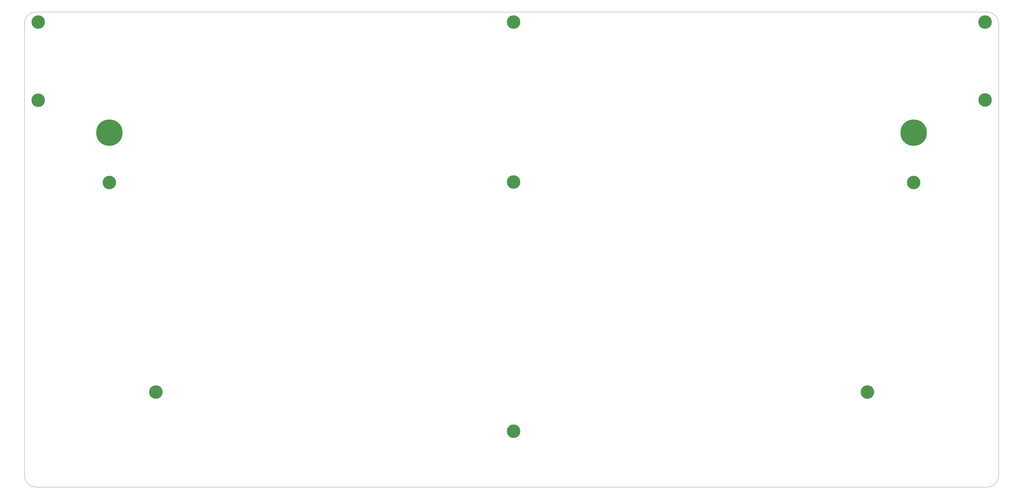
<source format=gbr>
%TF.GenerationSoftware,KiCad,Pcbnew,(5.1.10)-1*%
%TF.CreationDate,2021-06-02T05:43:55-04:00*%
%TF.ProjectId,pi75-plate-back,70693735-2d70-46c6-9174-652d6261636b,rev?*%
%TF.SameCoordinates,Original*%
%TF.FileFunction,Soldermask,Top*%
%TF.FilePolarity,Negative*%
%FSLAX46Y46*%
G04 Gerber Fmt 4.6, Leading zero omitted, Abs format (unit mm)*
G04 Created by KiCad (PCBNEW (5.1.10)-1) date 2021-06-02 05:43:55*
%MOMM*%
%LPD*%
G01*
G04 APERTURE LIST*
%TA.AperFunction,Profile*%
%ADD10C,0.050000*%
%TD*%
%ADD11C,4.400000*%
%ADD12C,8.600000*%
G04 APERTURE END LIST*
D10*
X297815000Y-5600700D02*
X-12065000Y-5600700D01*
X297815000Y-5600700D02*
G75*
G02*
X301625000Y-9410700I0J-3810000D01*
G01*
X301625000Y-156730700D02*
G75*
G02*
X297815000Y-160540700I-3810000J0D01*
G01*
X-12065000Y-160540700D02*
G75*
G02*
X-15875000Y-156730700I0J3810000D01*
G01*
X297815000Y-160540700D02*
X-12065000Y-160540700D01*
X-15875000Y-9410700D02*
X-15875000Y-156730700D01*
X-15875000Y-9410700D02*
G75*
G02*
X-12065000Y-5600700I3810000J0D01*
G01*
X301625000Y-9410700D02*
X301625000Y-156730700D01*
D11*
%TO.C,H1*%
X143522700Y-61087000D03*
%TD*%
%TO.C,REF\u002A\u002A*%
X297180000Y-34302700D03*
%TD*%
%TO.C,REF\u002A\u002A*%
X297180000Y-8902700D03*
%TD*%
%TO.C,REF\u002A\u002A*%
X258838700Y-129540000D03*
%TD*%
%TO.C,REF\u002A\u002A*%
X11823700Y-61214000D03*
%TD*%
%TO.C,REF\u002A\u002A*%
X26936700Y-129540000D03*
%TD*%
%TO.C,REF\u002A\u002A*%
X273951700Y-61214000D03*
%TD*%
%TO.C,REF\u002A\u002A*%
X143510000Y-142316200D03*
%TD*%
%TO.C,REF\u002A\u002A*%
X-11430000Y-8902700D03*
%TD*%
%TO.C,REF\u002A\u002A*%
X-11430000Y-34429700D03*
%TD*%
%TO.C,REF\u002A\u002A*%
X143510000Y-8902700D03*
%TD*%
D12*
%TO.C,REF\u002A\u002A*%
X273964400Y-44983400D03*
%TD*%
%TO.C,REF\u002A\u002A*%
X11836400Y-44983400D03*
%TD*%
M02*

</source>
